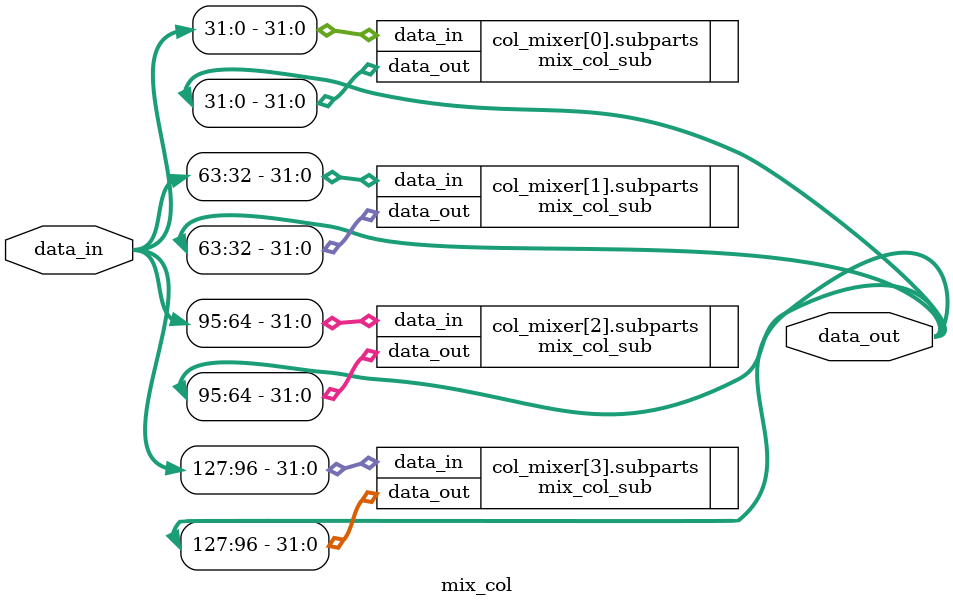
<source format=sv>
module mix_col
(
	input reg [127:0]data_in,
	output reg [127:0]data_out 
);


genvar i;
generate
for (i = 0; i < 4 ; i = i + 1) begin: col_mixer
	mix_col_sub subparts (.data_in(data_in[i*32+31:i*32]),.data_out(data_out[i*32+31:i*32]));
end
endgenerate
endmodule



</source>
